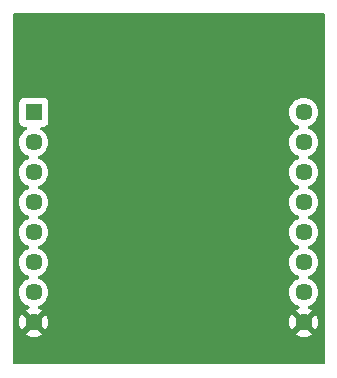
<source format=gbr>
%TF.GenerationSoftware,KiCad,Pcbnew,(6.0.2-0)*%
%TF.CreationDate,2023-05-03T15:41:36+02:00*%
%TF.ProjectId,Board_mikrobus_Nice1280_TCXO,426f6172-645f-46d6-996b-726f6275735f,rev?*%
%TF.SameCoordinates,Original*%
%TF.FileFunction,Copper,L2,Bot*%
%TF.FilePolarity,Positive*%
%FSLAX46Y46*%
G04 Gerber Fmt 4.6, Leading zero omitted, Abs format (unit mm)*
G04 Created by KiCad (PCBNEW (6.0.2-0)) date 2023-05-03 15:41:36*
%MOMM*%
%LPD*%
G01*
G04 APERTURE LIST*
%TA.AperFunction,ComponentPad*%
%ADD10C,1.445000*%
%TD*%
%TA.AperFunction,ComponentPad*%
%ADD11R,1.445000X1.445000*%
%TD*%
%TA.AperFunction,ViaPad*%
%ADD12C,0.800000*%
%TD*%
G04 APERTURE END LIST*
D10*
%TO.P,IC1,16,GND_2*%
%TO.N,GND*%
X148953000Y-93001000D03*
%TO.P,IC1,15,+5V*%
%TO.N,unconnected-(IC1-Pad15)*%
X148953000Y-90461000D03*
%TO.P,IC1,14,SDA*%
%TO.N,unconnected-(IC1-Pad14)*%
X148953000Y-87921000D03*
%TO.P,IC1,13,SCL*%
%TO.N,unconnected-(IC1-Pad13)*%
X148953000Y-85381000D03*
%TO.P,IC1,12,TX*%
%TO.N,unconnected-(IC1-Pad12)*%
X148953000Y-82841000D03*
%TO.P,IC1,11,RX*%
%TO.N,unconnected-(IC1-Pad11)*%
X148953000Y-80301000D03*
%TO.P,IC1,10,INT*%
%TO.N,DIO1*%
X148953000Y-77761000D03*
%TO.P,IC1,9,PWM*%
%TO.N,TXOEN*%
X148953000Y-75221000D03*
%TO.P,IC1,8,GND_1*%
%TO.N,GND*%
X126093000Y-93001000D03*
%TO.P,IC1,7,+3.3V*%
%TO.N,VCC*%
X126093000Y-90461000D03*
%TO.P,IC1,6,MOSI*%
%TO.N,MOSI*%
X126093000Y-87921000D03*
%TO.P,IC1,5,MISO*%
%TO.N,MISO*%
X126093000Y-85381000D03*
%TO.P,IC1,4,SCK*%
%TO.N,SCK*%
X126093000Y-82841000D03*
%TO.P,IC1,3,CS*%
%TO.N,NSS*%
X126093000Y-80301000D03*
%TO.P,IC1,2,RST*%
%TO.N,RESET*%
X126093000Y-77761000D03*
D11*
%TO.P,IC1,1,AN*%
%TO.N,BUSY*%
X126093000Y-75221000D03*
%TD*%
D12*
%TO.N,GND*%
X149613400Y-69963200D03*
X126042200Y-69887000D03*
X149562600Y-67651800D03*
X147424380Y-67651800D03*
X145286162Y-67651800D03*
X143147944Y-67651800D03*
X141009726Y-67651800D03*
X138871508Y-67651800D03*
X136733290Y-67651800D03*
X134595072Y-67651800D03*
X132456854Y-67651800D03*
X130318636Y-67651800D03*
X128180418Y-67651800D03*
X126042200Y-67651800D03*
X149765800Y-95566400D03*
X147632200Y-95566400D03*
X145498600Y-95566400D03*
X143365000Y-95566400D03*
X141231400Y-95566400D03*
X139097800Y-95566400D03*
X132722400Y-95566400D03*
X130512600Y-95566400D03*
X128302800Y-95566400D03*
X126093000Y-95566400D03*
%TD*%
%TA.AperFunction,Conductor*%
%TO.N,GND*%
G36*
X150673121Y-66859002D02*
G01*
X150719614Y-66912658D01*
X150731000Y-66965000D01*
X150731000Y-96431000D01*
X150710998Y-96499121D01*
X150657342Y-96545614D01*
X150605000Y-96557000D01*
X124441000Y-96557000D01*
X124372879Y-96536998D01*
X124326386Y-96483342D01*
X124315000Y-96431000D01*
X124315000Y-94031416D01*
X125427139Y-94031416D01*
X125436435Y-94043431D01*
X125470897Y-94067562D01*
X125480384Y-94073039D01*
X125665552Y-94159383D01*
X125675846Y-94163131D01*
X125873200Y-94216012D01*
X125883987Y-94217914D01*
X126087525Y-94235721D01*
X126098475Y-94235721D01*
X126302013Y-94217914D01*
X126312800Y-94216012D01*
X126510154Y-94163131D01*
X126520448Y-94159383D01*
X126705616Y-94073039D01*
X126715103Y-94067562D01*
X126750402Y-94042845D01*
X126758778Y-94032366D01*
X126758279Y-94031416D01*
X148287139Y-94031416D01*
X148296435Y-94043431D01*
X148330897Y-94067562D01*
X148340384Y-94073039D01*
X148525552Y-94159383D01*
X148535846Y-94163131D01*
X148733200Y-94216012D01*
X148743987Y-94217914D01*
X148947525Y-94235721D01*
X148958475Y-94235721D01*
X149162013Y-94217914D01*
X149172800Y-94216012D01*
X149370154Y-94163131D01*
X149380448Y-94159383D01*
X149565616Y-94073039D01*
X149575103Y-94067562D01*
X149610402Y-94042845D01*
X149618778Y-94032366D01*
X149611710Y-94018920D01*
X148965812Y-93373022D01*
X148951868Y-93365408D01*
X148950035Y-93365539D01*
X148943420Y-93369790D01*
X148293569Y-94019641D01*
X148287139Y-94031416D01*
X126758279Y-94031416D01*
X126751710Y-94018920D01*
X126105812Y-93373022D01*
X126091868Y-93365408D01*
X126090035Y-93365539D01*
X126083420Y-93369790D01*
X125433569Y-94019641D01*
X125427139Y-94031416D01*
X124315000Y-94031416D01*
X124315000Y-93006475D01*
X124858279Y-93006475D01*
X124876086Y-93210013D01*
X124877988Y-93220800D01*
X124930869Y-93418154D01*
X124934617Y-93428448D01*
X125020961Y-93613616D01*
X125026438Y-93623103D01*
X125051155Y-93658402D01*
X125061634Y-93666778D01*
X125075080Y-93659710D01*
X125720978Y-93013812D01*
X125727356Y-93002132D01*
X126457408Y-93002132D01*
X126457539Y-93003965D01*
X126461790Y-93010580D01*
X127111641Y-93660431D01*
X127123416Y-93666861D01*
X127135431Y-93657565D01*
X127159562Y-93623103D01*
X127165039Y-93613616D01*
X127251383Y-93428448D01*
X127255131Y-93418154D01*
X127308012Y-93220800D01*
X127309914Y-93210013D01*
X127327721Y-93006475D01*
X147718279Y-93006475D01*
X147736086Y-93210013D01*
X147737988Y-93220800D01*
X147790869Y-93418154D01*
X147794617Y-93428448D01*
X147880961Y-93613616D01*
X147886438Y-93623103D01*
X147911155Y-93658402D01*
X147921634Y-93666778D01*
X147935080Y-93659710D01*
X148580978Y-93013812D01*
X148587356Y-93002132D01*
X149317408Y-93002132D01*
X149317539Y-93003965D01*
X149321790Y-93010580D01*
X149971641Y-93660431D01*
X149983416Y-93666861D01*
X149995431Y-93657565D01*
X150019562Y-93623103D01*
X150025039Y-93613616D01*
X150111383Y-93428448D01*
X150115131Y-93418154D01*
X150168012Y-93220800D01*
X150169914Y-93210013D01*
X150187721Y-93006475D01*
X150187721Y-92995525D01*
X150169914Y-92791987D01*
X150168012Y-92781200D01*
X150115131Y-92583846D01*
X150111383Y-92573552D01*
X150025039Y-92388384D01*
X150019562Y-92378897D01*
X149994845Y-92343598D01*
X149984366Y-92335222D01*
X149970920Y-92342290D01*
X149325022Y-92988188D01*
X149317408Y-93002132D01*
X148587356Y-93002132D01*
X148588592Y-92999868D01*
X148588461Y-92998035D01*
X148584210Y-92991420D01*
X147934359Y-92341569D01*
X147922584Y-92335139D01*
X147910569Y-92344435D01*
X147886438Y-92378897D01*
X147880961Y-92388384D01*
X147794617Y-92573552D01*
X147790869Y-92583846D01*
X147737988Y-92781200D01*
X147736086Y-92791987D01*
X147718279Y-92995525D01*
X147718279Y-93006475D01*
X127327721Y-93006475D01*
X127327721Y-92995525D01*
X127309914Y-92791987D01*
X127308012Y-92781200D01*
X127255131Y-92583846D01*
X127251383Y-92573552D01*
X127165039Y-92388384D01*
X127159562Y-92378897D01*
X127134845Y-92343598D01*
X127124366Y-92335222D01*
X127110920Y-92342290D01*
X126465022Y-92988188D01*
X126457408Y-93002132D01*
X125727356Y-93002132D01*
X125728592Y-92999868D01*
X125728461Y-92998035D01*
X125724210Y-92991420D01*
X125074359Y-92341569D01*
X125062584Y-92335139D01*
X125050569Y-92344435D01*
X125026438Y-92378897D01*
X125020961Y-92388384D01*
X124934617Y-92573552D01*
X124930869Y-92583846D01*
X124877988Y-92781200D01*
X124876086Y-92791987D01*
X124858279Y-92995525D01*
X124858279Y-93006475D01*
X124315000Y-93006475D01*
X124315000Y-90461000D01*
X124857298Y-90461000D01*
X124876071Y-90675577D01*
X124931820Y-90883635D01*
X125022851Y-91078851D01*
X125146397Y-91255294D01*
X125298706Y-91407603D01*
X125475149Y-91531149D01*
X125480127Y-91533470D01*
X125480130Y-91533472D01*
X125561750Y-91571532D01*
X125659432Y-91617082D01*
X125712716Y-91663998D01*
X125732177Y-91732276D01*
X125711635Y-91800235D01*
X125659431Y-91845471D01*
X125480380Y-91928963D01*
X125470897Y-91934438D01*
X125435598Y-91959155D01*
X125427222Y-91969634D01*
X125434290Y-91983080D01*
X126080188Y-92628978D01*
X126094132Y-92636592D01*
X126095965Y-92636461D01*
X126102580Y-92632210D01*
X126752431Y-91982359D01*
X126758861Y-91970584D01*
X126749565Y-91958569D01*
X126715103Y-91934438D01*
X126705620Y-91928963D01*
X126526569Y-91845471D01*
X126473284Y-91798554D01*
X126453823Y-91730277D01*
X126474365Y-91662317D01*
X126526568Y-91617082D01*
X126624250Y-91571532D01*
X126705870Y-91533472D01*
X126705873Y-91533470D01*
X126710851Y-91531149D01*
X126887294Y-91407603D01*
X127039603Y-91255294D01*
X127163149Y-91078851D01*
X127254180Y-90883635D01*
X127309929Y-90675577D01*
X127328702Y-90461000D01*
X147717298Y-90461000D01*
X147736071Y-90675577D01*
X147791820Y-90883635D01*
X147882851Y-91078851D01*
X148006397Y-91255294D01*
X148158706Y-91407603D01*
X148335149Y-91531149D01*
X148340127Y-91533470D01*
X148340130Y-91533472D01*
X148421750Y-91571532D01*
X148519432Y-91617082D01*
X148572716Y-91663998D01*
X148592177Y-91732276D01*
X148571635Y-91800235D01*
X148519431Y-91845471D01*
X148340380Y-91928963D01*
X148330897Y-91934438D01*
X148295598Y-91959155D01*
X148287222Y-91969634D01*
X148294290Y-91983080D01*
X148940188Y-92628978D01*
X148954132Y-92636592D01*
X148955965Y-92636461D01*
X148962580Y-92632210D01*
X149612431Y-91982359D01*
X149618861Y-91970584D01*
X149609565Y-91958569D01*
X149575103Y-91934438D01*
X149565620Y-91928963D01*
X149386569Y-91845471D01*
X149333284Y-91798554D01*
X149313823Y-91730277D01*
X149334365Y-91662317D01*
X149386568Y-91617082D01*
X149484250Y-91571532D01*
X149565870Y-91533472D01*
X149565873Y-91533470D01*
X149570851Y-91531149D01*
X149747294Y-91407603D01*
X149899603Y-91255294D01*
X150023149Y-91078851D01*
X150114180Y-90883635D01*
X150169929Y-90675577D01*
X150188702Y-90461000D01*
X150169929Y-90246423D01*
X150114180Y-90038365D01*
X150023149Y-89843149D01*
X149899603Y-89666706D01*
X149747294Y-89514397D01*
X149570851Y-89390851D01*
X149565873Y-89388530D01*
X149565870Y-89388528D01*
X149387162Y-89305195D01*
X149333877Y-89258277D01*
X149314416Y-89190000D01*
X149334958Y-89122040D01*
X149387162Y-89076805D01*
X149565870Y-88993472D01*
X149565873Y-88993470D01*
X149570851Y-88991149D01*
X149747294Y-88867603D01*
X149899603Y-88715294D01*
X150023149Y-88538851D01*
X150114180Y-88343635D01*
X150169929Y-88135577D01*
X150188702Y-87921000D01*
X150169929Y-87706423D01*
X150114180Y-87498365D01*
X150023149Y-87303149D01*
X149899603Y-87126706D01*
X149747294Y-86974397D01*
X149570851Y-86850851D01*
X149565873Y-86848530D01*
X149565870Y-86848528D01*
X149387162Y-86765195D01*
X149333877Y-86718277D01*
X149314416Y-86650000D01*
X149334958Y-86582040D01*
X149387162Y-86536805D01*
X149565870Y-86453472D01*
X149565873Y-86453470D01*
X149570851Y-86451149D01*
X149747294Y-86327603D01*
X149899603Y-86175294D01*
X150023149Y-85998851D01*
X150114180Y-85803635D01*
X150169929Y-85595577D01*
X150188702Y-85381000D01*
X150169929Y-85166423D01*
X150114180Y-84958365D01*
X150023149Y-84763149D01*
X149899603Y-84586706D01*
X149747294Y-84434397D01*
X149570851Y-84310851D01*
X149565873Y-84308530D01*
X149565870Y-84308528D01*
X149387162Y-84225195D01*
X149333877Y-84178277D01*
X149314416Y-84110000D01*
X149334958Y-84042040D01*
X149387162Y-83996805D01*
X149565870Y-83913472D01*
X149565873Y-83913470D01*
X149570851Y-83911149D01*
X149747294Y-83787603D01*
X149899603Y-83635294D01*
X150023149Y-83458851D01*
X150114180Y-83263635D01*
X150169929Y-83055577D01*
X150188702Y-82841000D01*
X150169929Y-82626423D01*
X150114180Y-82418365D01*
X150023149Y-82223149D01*
X149899603Y-82046706D01*
X149747294Y-81894397D01*
X149570851Y-81770851D01*
X149565873Y-81768530D01*
X149565870Y-81768528D01*
X149387162Y-81685195D01*
X149333877Y-81638277D01*
X149314416Y-81570000D01*
X149334958Y-81502040D01*
X149387162Y-81456805D01*
X149565870Y-81373472D01*
X149565873Y-81373470D01*
X149570851Y-81371149D01*
X149747294Y-81247603D01*
X149899603Y-81095294D01*
X150023149Y-80918851D01*
X150114180Y-80723635D01*
X150169929Y-80515577D01*
X150188702Y-80301000D01*
X150169929Y-80086423D01*
X150114180Y-79878365D01*
X150023149Y-79683149D01*
X149899603Y-79506706D01*
X149747294Y-79354397D01*
X149570851Y-79230851D01*
X149565873Y-79228530D01*
X149565870Y-79228528D01*
X149387162Y-79145195D01*
X149333877Y-79098277D01*
X149314416Y-79030000D01*
X149334958Y-78962040D01*
X149387162Y-78916805D01*
X149565870Y-78833472D01*
X149565873Y-78833470D01*
X149570851Y-78831149D01*
X149747294Y-78707603D01*
X149899603Y-78555294D01*
X150023149Y-78378851D01*
X150114180Y-78183635D01*
X150169929Y-77975577D01*
X150188702Y-77761000D01*
X150169929Y-77546423D01*
X150114180Y-77338365D01*
X150023149Y-77143149D01*
X149899603Y-76966706D01*
X149747294Y-76814397D01*
X149570851Y-76690851D01*
X149565873Y-76688530D01*
X149565870Y-76688528D01*
X149387162Y-76605195D01*
X149333877Y-76558277D01*
X149314416Y-76490000D01*
X149334958Y-76422040D01*
X149387162Y-76376805D01*
X149565870Y-76293472D01*
X149565873Y-76293470D01*
X149570851Y-76291149D01*
X149747294Y-76167603D01*
X149899603Y-76015294D01*
X150023149Y-75838851D01*
X150114180Y-75643635D01*
X150169929Y-75435577D01*
X150188702Y-75221000D01*
X150169929Y-75006423D01*
X150114180Y-74798365D01*
X150023149Y-74603149D01*
X149899603Y-74426706D01*
X149747294Y-74274397D01*
X149570851Y-74150851D01*
X149565873Y-74148530D01*
X149565870Y-74148528D01*
X149380617Y-74062143D01*
X149380616Y-74062142D01*
X149375635Y-74059820D01*
X149370327Y-74058398D01*
X149370325Y-74058397D01*
X149172892Y-74005495D01*
X149172890Y-74005495D01*
X149167577Y-74004071D01*
X148953000Y-73985298D01*
X148738423Y-74004071D01*
X148733110Y-74005495D01*
X148733108Y-74005495D01*
X148535675Y-74058397D01*
X148535673Y-74058398D01*
X148530365Y-74059820D01*
X148525384Y-74062142D01*
X148525383Y-74062143D01*
X148340130Y-74148528D01*
X148340127Y-74148530D01*
X148335149Y-74150851D01*
X148158706Y-74274397D01*
X148006397Y-74426706D01*
X147882851Y-74603149D01*
X147791820Y-74798365D01*
X147736071Y-75006423D01*
X147717298Y-75221000D01*
X147736071Y-75435577D01*
X147791820Y-75643635D01*
X147882851Y-75838851D01*
X148006397Y-76015294D01*
X148158706Y-76167603D01*
X148335149Y-76291149D01*
X148340127Y-76293470D01*
X148340130Y-76293472D01*
X148518838Y-76376805D01*
X148572123Y-76423723D01*
X148591584Y-76492000D01*
X148571042Y-76559960D01*
X148518838Y-76605195D01*
X148340130Y-76688528D01*
X148340127Y-76688530D01*
X148335149Y-76690851D01*
X148158706Y-76814397D01*
X148006397Y-76966706D01*
X147882851Y-77143149D01*
X147791820Y-77338365D01*
X147736071Y-77546423D01*
X147717298Y-77761000D01*
X147736071Y-77975577D01*
X147791820Y-78183635D01*
X147882851Y-78378851D01*
X148006397Y-78555294D01*
X148158706Y-78707603D01*
X148335149Y-78831149D01*
X148340127Y-78833470D01*
X148340130Y-78833472D01*
X148518838Y-78916805D01*
X148572123Y-78963723D01*
X148591584Y-79032000D01*
X148571042Y-79099960D01*
X148518838Y-79145195D01*
X148340130Y-79228528D01*
X148340127Y-79228530D01*
X148335149Y-79230851D01*
X148158706Y-79354397D01*
X148006397Y-79506706D01*
X147882851Y-79683149D01*
X147791820Y-79878365D01*
X147736071Y-80086423D01*
X147717298Y-80301000D01*
X147736071Y-80515577D01*
X147791820Y-80723635D01*
X147882851Y-80918851D01*
X148006397Y-81095294D01*
X148158706Y-81247603D01*
X148335149Y-81371149D01*
X148340127Y-81373470D01*
X148340130Y-81373472D01*
X148518838Y-81456805D01*
X148572123Y-81503723D01*
X148591584Y-81572000D01*
X148571042Y-81639960D01*
X148518838Y-81685195D01*
X148340130Y-81768528D01*
X148340127Y-81768530D01*
X148335149Y-81770851D01*
X148158706Y-81894397D01*
X148006397Y-82046706D01*
X147882851Y-82223149D01*
X147791820Y-82418365D01*
X147736071Y-82626423D01*
X147717298Y-82841000D01*
X147736071Y-83055577D01*
X147791820Y-83263635D01*
X147882851Y-83458851D01*
X148006397Y-83635294D01*
X148158706Y-83787603D01*
X148335149Y-83911149D01*
X148340127Y-83913470D01*
X148340130Y-83913472D01*
X148518838Y-83996805D01*
X148572123Y-84043723D01*
X148591584Y-84112000D01*
X148571042Y-84179960D01*
X148518838Y-84225195D01*
X148340130Y-84308528D01*
X148340127Y-84308530D01*
X148335149Y-84310851D01*
X148158706Y-84434397D01*
X148006397Y-84586706D01*
X147882851Y-84763149D01*
X147791820Y-84958365D01*
X147736071Y-85166423D01*
X147717298Y-85381000D01*
X147736071Y-85595577D01*
X147791820Y-85803635D01*
X147882851Y-85998851D01*
X148006397Y-86175294D01*
X148158706Y-86327603D01*
X148335149Y-86451149D01*
X148340127Y-86453470D01*
X148340130Y-86453472D01*
X148518838Y-86536805D01*
X148572123Y-86583723D01*
X148591584Y-86652000D01*
X148571042Y-86719960D01*
X148518838Y-86765195D01*
X148340130Y-86848528D01*
X148340127Y-86848530D01*
X148335149Y-86850851D01*
X148158706Y-86974397D01*
X148006397Y-87126706D01*
X147882851Y-87303149D01*
X147791820Y-87498365D01*
X147736071Y-87706423D01*
X147717298Y-87921000D01*
X147736071Y-88135577D01*
X147791820Y-88343635D01*
X147882851Y-88538851D01*
X148006397Y-88715294D01*
X148158706Y-88867603D01*
X148335149Y-88991149D01*
X148340127Y-88993470D01*
X148340130Y-88993472D01*
X148518838Y-89076805D01*
X148572123Y-89123723D01*
X148591584Y-89192000D01*
X148571042Y-89259960D01*
X148518838Y-89305195D01*
X148340130Y-89388528D01*
X148340127Y-89388530D01*
X148335149Y-89390851D01*
X148158706Y-89514397D01*
X148006397Y-89666706D01*
X147882851Y-89843149D01*
X147791820Y-90038365D01*
X147736071Y-90246423D01*
X147717298Y-90461000D01*
X127328702Y-90461000D01*
X127309929Y-90246423D01*
X127254180Y-90038365D01*
X127163149Y-89843149D01*
X127039603Y-89666706D01*
X126887294Y-89514397D01*
X126710851Y-89390851D01*
X126705873Y-89388530D01*
X126705870Y-89388528D01*
X126527162Y-89305195D01*
X126473877Y-89258277D01*
X126454416Y-89190000D01*
X126474958Y-89122040D01*
X126527162Y-89076805D01*
X126705870Y-88993472D01*
X126705873Y-88993470D01*
X126710851Y-88991149D01*
X126887294Y-88867603D01*
X127039603Y-88715294D01*
X127163149Y-88538851D01*
X127254180Y-88343635D01*
X127309929Y-88135577D01*
X127328702Y-87921000D01*
X127309929Y-87706423D01*
X127254180Y-87498365D01*
X127163149Y-87303149D01*
X127039603Y-87126706D01*
X126887294Y-86974397D01*
X126710851Y-86850851D01*
X126705873Y-86848530D01*
X126705870Y-86848528D01*
X126527162Y-86765195D01*
X126473877Y-86718277D01*
X126454416Y-86650000D01*
X126474958Y-86582040D01*
X126527162Y-86536805D01*
X126705870Y-86453472D01*
X126705873Y-86453470D01*
X126710851Y-86451149D01*
X126887294Y-86327603D01*
X127039603Y-86175294D01*
X127163149Y-85998851D01*
X127254180Y-85803635D01*
X127309929Y-85595577D01*
X127328702Y-85381000D01*
X127309929Y-85166423D01*
X127254180Y-84958365D01*
X127163149Y-84763149D01*
X127039603Y-84586706D01*
X126887294Y-84434397D01*
X126710851Y-84310851D01*
X126705873Y-84308530D01*
X126705870Y-84308528D01*
X126527162Y-84225195D01*
X126473877Y-84178277D01*
X126454416Y-84110000D01*
X126474958Y-84042040D01*
X126527162Y-83996805D01*
X126705870Y-83913472D01*
X126705873Y-83913470D01*
X126710851Y-83911149D01*
X126887294Y-83787603D01*
X127039603Y-83635294D01*
X127163149Y-83458851D01*
X127254180Y-83263635D01*
X127309929Y-83055577D01*
X127328702Y-82841000D01*
X127309929Y-82626423D01*
X127254180Y-82418365D01*
X127163149Y-82223149D01*
X127039603Y-82046706D01*
X126887294Y-81894397D01*
X126710851Y-81770851D01*
X126705873Y-81768530D01*
X126705870Y-81768528D01*
X126527162Y-81685195D01*
X126473877Y-81638277D01*
X126454416Y-81570000D01*
X126474958Y-81502040D01*
X126527162Y-81456805D01*
X126705870Y-81373472D01*
X126705873Y-81373470D01*
X126710851Y-81371149D01*
X126887294Y-81247603D01*
X127039603Y-81095294D01*
X127163149Y-80918851D01*
X127254180Y-80723635D01*
X127309929Y-80515577D01*
X127328702Y-80301000D01*
X127309929Y-80086423D01*
X127254180Y-79878365D01*
X127163149Y-79683149D01*
X127039603Y-79506706D01*
X126887294Y-79354397D01*
X126710851Y-79230851D01*
X126705873Y-79228530D01*
X126705870Y-79228528D01*
X126527162Y-79145195D01*
X126473877Y-79098277D01*
X126454416Y-79030000D01*
X126474958Y-78962040D01*
X126527162Y-78916805D01*
X126705870Y-78833472D01*
X126705873Y-78833470D01*
X126710851Y-78831149D01*
X126887294Y-78707603D01*
X127039603Y-78555294D01*
X127163149Y-78378851D01*
X127254180Y-78183635D01*
X127309929Y-77975577D01*
X127328702Y-77761000D01*
X127309929Y-77546423D01*
X127254180Y-77338365D01*
X127163149Y-77143149D01*
X127039603Y-76966706D01*
X126887294Y-76814397D01*
X126710851Y-76690851D01*
X126705866Y-76688526D01*
X126703425Y-76687117D01*
X126654433Y-76635732D01*
X126641000Y-76566018D01*
X126667389Y-76500108D01*
X126725223Y-76458928D01*
X126766429Y-76452000D01*
X126863634Y-76452000D01*
X126925816Y-76445245D01*
X127062205Y-76394115D01*
X127178761Y-76306761D01*
X127266115Y-76190205D01*
X127317245Y-76053816D01*
X127324000Y-75991634D01*
X127324000Y-74450366D01*
X127317245Y-74388184D01*
X127266115Y-74251795D01*
X127178761Y-74135239D01*
X127062205Y-74047885D01*
X126925816Y-73996755D01*
X126863634Y-73990000D01*
X125322366Y-73990000D01*
X125260184Y-73996755D01*
X125123795Y-74047885D01*
X125007239Y-74135239D01*
X124919885Y-74251795D01*
X124868755Y-74388184D01*
X124862000Y-74450366D01*
X124862000Y-75991634D01*
X124868755Y-76053816D01*
X124919885Y-76190205D01*
X125007239Y-76306761D01*
X125123795Y-76394115D01*
X125260184Y-76445245D01*
X125322366Y-76452000D01*
X125419571Y-76452000D01*
X125487692Y-76472002D01*
X125534185Y-76525658D01*
X125544289Y-76595932D01*
X125514795Y-76660512D01*
X125482575Y-76687117D01*
X125480134Y-76688526D01*
X125475149Y-76690851D01*
X125298706Y-76814397D01*
X125146397Y-76966706D01*
X125022851Y-77143149D01*
X124931820Y-77338365D01*
X124876071Y-77546423D01*
X124857298Y-77761000D01*
X124876071Y-77975577D01*
X124931820Y-78183635D01*
X125022851Y-78378851D01*
X125146397Y-78555294D01*
X125298706Y-78707603D01*
X125475149Y-78831149D01*
X125480127Y-78833470D01*
X125480130Y-78833472D01*
X125658838Y-78916805D01*
X125712123Y-78963723D01*
X125731584Y-79032000D01*
X125711042Y-79099960D01*
X125658838Y-79145195D01*
X125480130Y-79228528D01*
X125480127Y-79228530D01*
X125475149Y-79230851D01*
X125298706Y-79354397D01*
X125146397Y-79506706D01*
X125022851Y-79683149D01*
X124931820Y-79878365D01*
X124876071Y-80086423D01*
X124857298Y-80301000D01*
X124876071Y-80515577D01*
X124931820Y-80723635D01*
X125022851Y-80918851D01*
X125146397Y-81095294D01*
X125298706Y-81247603D01*
X125475149Y-81371149D01*
X125480127Y-81373470D01*
X125480130Y-81373472D01*
X125658838Y-81456805D01*
X125712123Y-81503723D01*
X125731584Y-81572000D01*
X125711042Y-81639960D01*
X125658838Y-81685195D01*
X125480130Y-81768528D01*
X125480127Y-81768530D01*
X125475149Y-81770851D01*
X125298706Y-81894397D01*
X125146397Y-82046706D01*
X125022851Y-82223149D01*
X124931820Y-82418365D01*
X124876071Y-82626423D01*
X124857298Y-82841000D01*
X124876071Y-83055577D01*
X124931820Y-83263635D01*
X125022851Y-83458851D01*
X125146397Y-83635294D01*
X125298706Y-83787603D01*
X125475149Y-83911149D01*
X125480127Y-83913470D01*
X125480130Y-83913472D01*
X125658838Y-83996805D01*
X125712123Y-84043723D01*
X125731584Y-84112000D01*
X125711042Y-84179960D01*
X125658838Y-84225195D01*
X125480130Y-84308528D01*
X125480127Y-84308530D01*
X125475149Y-84310851D01*
X125298706Y-84434397D01*
X125146397Y-84586706D01*
X125022851Y-84763149D01*
X124931820Y-84958365D01*
X124876071Y-85166423D01*
X124857298Y-85381000D01*
X124876071Y-85595577D01*
X124931820Y-85803635D01*
X125022851Y-85998851D01*
X125146397Y-86175294D01*
X125298706Y-86327603D01*
X125475149Y-86451149D01*
X125480127Y-86453470D01*
X125480130Y-86453472D01*
X125658838Y-86536805D01*
X125712123Y-86583723D01*
X125731584Y-86652000D01*
X125711042Y-86719960D01*
X125658838Y-86765195D01*
X125480130Y-86848528D01*
X125480127Y-86848530D01*
X125475149Y-86850851D01*
X125298706Y-86974397D01*
X125146397Y-87126706D01*
X125022851Y-87303149D01*
X124931820Y-87498365D01*
X124876071Y-87706423D01*
X124857298Y-87921000D01*
X124876071Y-88135577D01*
X124931820Y-88343635D01*
X125022851Y-88538851D01*
X125146397Y-88715294D01*
X125298706Y-88867603D01*
X125475149Y-88991149D01*
X125480127Y-88993470D01*
X125480130Y-88993472D01*
X125658838Y-89076805D01*
X125712123Y-89123723D01*
X125731584Y-89192000D01*
X125711042Y-89259960D01*
X125658838Y-89305195D01*
X125480130Y-89388528D01*
X125480127Y-89388530D01*
X125475149Y-89390851D01*
X125298706Y-89514397D01*
X125146397Y-89666706D01*
X125022851Y-89843149D01*
X124931820Y-90038365D01*
X124876071Y-90246423D01*
X124857298Y-90461000D01*
X124315000Y-90461000D01*
X124315000Y-66965000D01*
X124335002Y-66896879D01*
X124388658Y-66850386D01*
X124441000Y-66839000D01*
X150605000Y-66839000D01*
X150673121Y-66859002D01*
G37*
%TD.AperFunction*%
%TD*%
M02*

</source>
